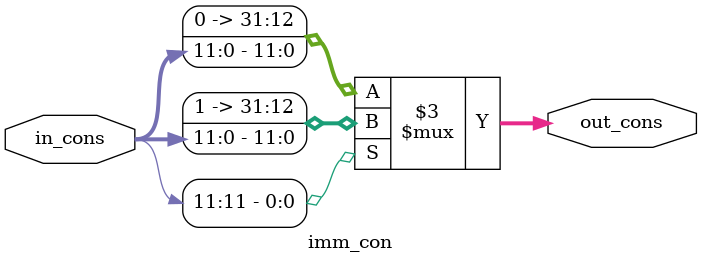
<source format=v>
`timescale 1ns / 1ps

module imm_con(
    input [11:0] in_cons ,
    output reg [31:0] out_cons
    );
    
    always@(*)
    out_cons = (in_cons[11] == 1'b1) ? {20'hFFFFF , in_cons} : {20'd0 , in_cons} ;
    
endmodule

</source>
